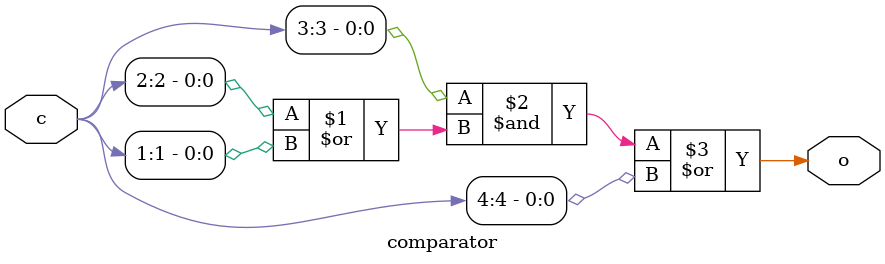
<source format=v>
module ex3_4 (SW, LEDR, HEX0, HEX1, HEX2, HEX3, HEX4, HEX5);
    input [8:0] SW;
    output [9:0] LEDR;
    output [6:0] HEX0, HEX1, HEX2, HEX3, HEX4, HEX5;

    assign LEDR[8:0] = SW[8:0];
    wire [3:0] a = SW[7:4], b = SW[3:0];
    wire cin = SW[8];
    wire cout;
    wire [3:0] result;

    bin_to_dec m0(a, 1'b0, HEX3, HEX2);
    bin_to_dec m1(b, 1'b0, HEX1, HEX0);
    
    full_adder_4bits f0(a, b, cin, result, cout);

    bin_to_dec m2(result, cout, HEX5, HEX4);

    //error led
    wire a_cmp, b_cmp;
    comparator c0({1'b0, a}, a_cmp);
    comparator c1({1'b0, b}, b_cmp);
    assign LEDR[9] = a_cmp | b_cmp;

endmodule

module full_adder_4bits (a, b, cin, o, cout);
    input [3:0] a, b;
    input cin;
    output [4:0] o;
    output cout;

    wire c1, c2, c3;
    full_adder fa0(a[0], b[0], cin, o[0], c1);
    full_adder fa1(a[1], b[1], c1, o[1], c2);
    full_adder fa2(a[2], b[2], c2, o[2], c3);
    full_adder fa3(a[3], b[3], c3, o[3], cout);    
endmodule

module full_adder(a, b, ci, s, co);
    input a, b, ci;
    output s, co;
    assign s = a ^ b ^ ci;
    assign co = a&b | b&ci | ci&a;    
endmodule

module bin_to_dec(b, carry, d1, d0);
    input [3:0] b;
	input carry;
    output [6:0] d0, d1;
    
    wire cmp;
    comparator m0({carry, b[3:0]}, cmp);

    wire [3:0] a;
    ckt_a m1({carry, b[3:0]}, a[3:0]);

    wire o0, o1, o2, o3;

    mux_1bit_2to1 m2(cmp, b[0], a[0], o0);
    mux_1bit_2to1 m3(cmp, b[1], a[1], o1);
    mux_1bit_2to1 m4(cmp, b[2], a[2], o2);
    mux_1bit_2to1 m5(cmp, b[3], a[3], o3);

    ckt_b m6(cmp, d1);
    bcd_7seg m7({o3, o2, o1, o0}, d0);
endmodule

// m = c - 10
module ckt_a (c, m);
    input [4:0] c;
    output [3:0] m;

    assign m[0] = c[0];
    assign m[1] = ~c[1];
    assign m[2] = c[2] & c[1] | c[4] & ~c[1];
    assign m[3] = c[4] & c[1];
endmodule

module  ckt_b (c, display);
    input c;
    output [6:0] display;
    wire [6:0] one = 7'b1111001, zero = 7'b1000000;
    assign display = ({7{~c}} & zero) | ({7{c}} & one);  
endmodule

module bcd_7seg(c, display);
    input [3:0] c;
    output [6:0] display;

    assign display[0] = ~c[3]&~c[2]&~c[1]&c[0] | c[2]&~c[1]&~c[0];
    assign display[1] = c[2]&~c[1]&c[0] | c[2]&c[1]&~c[0];
    assign display[2] = ~c[2]&c[1]&~c[0];
    assign display[3] = ~c[3]&~c[2]&~c[1]&c[0] | c[2]&~c[1]&~c[0] | c[2]&c[1]&c[0];
    assign display[4] = c[0] | c[2]&~c[1];
    assign display[5] = ~c[3]&~c[2]&c[0] | ~c[2]&c[1] | c[1]&c[0];
    assign display[6] = ~c[3]&~c[2]&~c[1] | c[2]&c[1]&c[0];
endmodule

module mux_1bit_2to1(s, x, y, m);
    input s;
    input x, y;
    output m;
    assign m = (~s & x) | (s & y);
endmodule

// c > 9 => 1
// c <= 9 => 0
module comparator (c, o);
    input [4:0] c;
    output o;
    assign o = c[3] & (c[2] | c[1]) | c[4];
endmodule
</source>
